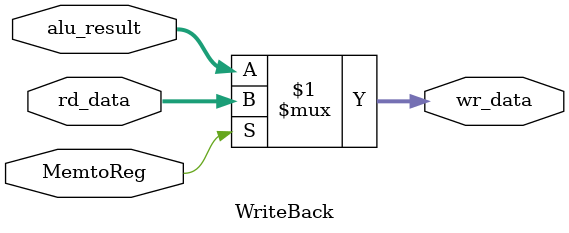
<source format=v>
module WriteBack (wr_data, alu_result, rd_data, MemtoReg);
	output [31:0] wr_data;
	input [31:0] rd_data, alu_result;
	input MemtoReg;

	assign wr_data = (MemtoReg) ? rd_data : alu_result;
	
endmodule
</source>
